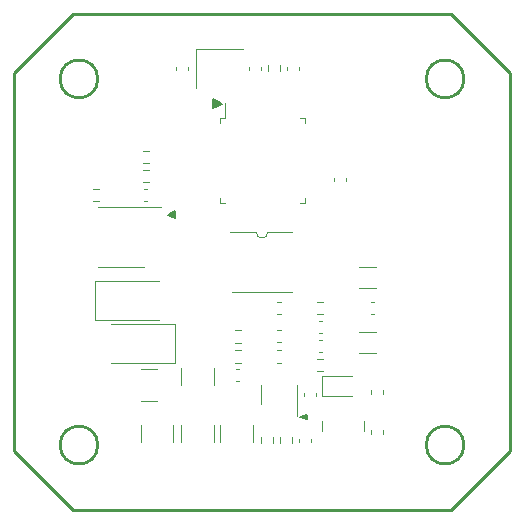
<source format=gbr>
%TF.GenerationSoftware,KiCad,Pcbnew,(6.0.5)*%
%TF.CreationDate,2023-02-02T15:23:46+08:00*%
%TF.ProjectId,Step_Ctrl_V2,53746570-5f43-4747-926c-5f56322e6b69,rev?*%
%TF.SameCoordinates,Original*%
%TF.FileFunction,Legend,Bot*%
%TF.FilePolarity,Positive*%
%FSLAX46Y46*%
G04 Gerber Fmt 4.6, Leading zero omitted, Abs format (unit mm)*
G04 Created by KiCad (PCBNEW (6.0.5)) date 2023-02-02 15:23:46*
%MOMM*%
%LPD*%
G01*
G04 APERTURE LIST*
%ADD10C,0.150000*%
%TA.AperFunction,Profile*%
%ADD11C,0.250000*%
%TD*%
%ADD12C,0.120000*%
G04 APERTURE END LIST*
D10*
G36*
X133510000Y-112130000D02*
G01*
X132910000Y-111930000D01*
X133510000Y-111730000D01*
X133510000Y-112130000D01*
G37*
X133510000Y-112130000D02*
X132910000Y-111930000D01*
X133510000Y-111730000D01*
X133510000Y-112130000D01*
G36*
X122300000Y-95100000D02*
G01*
X121700000Y-94800000D01*
X122300000Y-94500000D01*
X122300000Y-95100000D01*
G37*
X122300000Y-95100000D02*
X121700000Y-94800000D01*
X122300000Y-94500000D01*
X122300000Y-95100000D01*
G36*
X126300000Y-85400000D02*
G01*
X125500000Y-85800000D01*
X125500000Y-85000000D01*
X126300000Y-85400000D01*
G37*
X126300000Y-85400000D02*
X125500000Y-85800000D01*
X125500000Y-85000000D01*
X126300000Y-85400000D01*
D11*
X146761000Y-114300000D02*
G75*
G03*
X146761000Y-114300000I-1600000J0D01*
G01*
X145661000Y-119800000D02*
X150661000Y-114800000D01*
X113661000Y-119800000D02*
X145661000Y-119800000D01*
X150661000Y-114800000D02*
X150661000Y-82800000D01*
X145661000Y-77800000D02*
X150661000Y-82800000D01*
X115761000Y-83300000D02*
G75*
G03*
X115761000Y-83300000I-1600000J0D01*
G01*
X146761000Y-83300000D02*
G75*
G03*
X146761000Y-83300000I-1600000J0D01*
G01*
X115761000Y-114300000D02*
G75*
G03*
X115761000Y-114300000I-1600000J0D01*
G01*
X145661000Y-77800000D02*
X113661000Y-77800000D01*
X108661000Y-82800000D02*
X108661000Y-114800000D01*
X108661000Y-82800000D02*
X113661000Y-77800000D01*
X113661000Y-119800000D02*
X108661000Y-114800000D01*
D12*
%TO.C,U1*%
X129540000Y-110000000D02*
X129540000Y-110800000D01*
X132660000Y-110000000D02*
X132660000Y-109200000D01*
X129540000Y-110000000D02*
X129540000Y-109200000D01*
X132660000Y-110000000D02*
X132660000Y-111800000D01*
%TO.C,D4*%
X115500000Y-103750000D02*
X120900000Y-103750000D01*
X115500000Y-100450000D02*
X120900000Y-100450000D01*
X115500000Y-103750000D02*
X115500000Y-100450000D01*
%TO.C,Y1*%
X124050000Y-80750000D02*
X128050000Y-80750000D01*
X124050000Y-84050000D02*
X124050000Y-80750000D01*
%TO.C,U4*%
X117700000Y-94140000D02*
X115750000Y-94140000D01*
X117700000Y-99260000D02*
X115750000Y-99260000D01*
X117700000Y-94140000D02*
X121150000Y-94140000D01*
X117700000Y-99260000D02*
X119650000Y-99260000D01*
%TO.C,U3*%
X132200000Y-101340000D02*
X127120000Y-101340000D01*
X129152000Y-96260000D02*
X126993000Y-96260000D01*
X132200000Y-96260000D02*
X130168000Y-96260000D01*
X129152000Y-96260000D02*
G75*
G03*
X130168000Y-96260000I508000J0D01*
G01*
%TO.C,U2*%
X126090000Y-93360000D02*
X126090000Y-93810000D01*
X133310000Y-86590000D02*
X132860000Y-86590000D01*
X126090000Y-86590000D02*
X126540000Y-86590000D01*
X133310000Y-93360000D02*
X133310000Y-93810000D01*
X133310000Y-93810000D02*
X132860000Y-93810000D01*
X126090000Y-87040000D02*
X126090000Y-86590000D01*
X133310000Y-87040000D02*
X133310000Y-86590000D01*
X126540000Y-86590000D02*
X126540000Y-85300000D01*
X126090000Y-93810000D02*
X126540000Y-93810000D01*
%TO.C,R14*%
X139327064Y-106510000D02*
X137872936Y-106510000D01*
X139327064Y-104690000D02*
X137872936Y-104690000D01*
%TO.C,R13*%
X139327064Y-101010000D02*
X137872936Y-101010000D01*
X139327064Y-99190000D02*
X137872936Y-99190000D01*
%TO.C,R12*%
X134854724Y-108022500D02*
X134345276Y-108022500D01*
X134854724Y-106977500D02*
X134345276Y-106977500D01*
%TO.C,R11*%
X134854724Y-102177500D02*
X134345276Y-102177500D01*
X134854724Y-103222500D02*
X134345276Y-103222500D01*
%TO.C,R9*%
X127854724Y-106277500D02*
X127345276Y-106277500D01*
X127854724Y-107322500D02*
X127345276Y-107322500D01*
%TO.C,R8*%
X127854724Y-104577500D02*
X127345276Y-104577500D01*
X127854724Y-105622500D02*
X127345276Y-105622500D01*
%TO.C,R7*%
X115345276Y-93622500D02*
X115854724Y-93622500D01*
X115345276Y-92577500D02*
X115854724Y-92577500D01*
%TO.C,R6*%
X131177500Y-113645276D02*
X131177500Y-114154724D01*
X132222500Y-113645276D02*
X132222500Y-114154724D01*
%TO.C,R5*%
X130622500Y-114154724D02*
X130622500Y-113645276D01*
X129577500Y-114154724D02*
X129577500Y-113645276D01*
%TO.C,R3*%
X131222500Y-82145276D02*
X131222500Y-82654724D01*
X130177500Y-82145276D02*
X130177500Y-82654724D01*
%TO.C,R2*%
X119545276Y-92022500D02*
X120054724Y-92022500D01*
X119545276Y-90977500D02*
X120054724Y-90977500D01*
%TO.C,R1*%
X119545276Y-90422500D02*
X120054724Y-90422500D01*
X119545276Y-89377500D02*
X120054724Y-89377500D01*
%TO.C,L1*%
X138300000Y-112300000D02*
X138300000Y-113100000D01*
X134700000Y-112300000D02*
X134700000Y-113100000D01*
%TO.C,D5*%
X134700000Y-110150000D02*
X134700000Y-108450000D01*
X134700000Y-108450000D02*
X137250000Y-108450000D01*
X134700000Y-110150000D02*
X137250000Y-110150000D01*
%TO.C,D1*%
X122300000Y-104050000D02*
X116900000Y-104050000D01*
X122300000Y-107350000D02*
X116900000Y-107350000D01*
X122300000Y-104050000D02*
X122300000Y-107350000D01*
%TO.C,C25*%
X138890000Y-109653733D02*
X138890000Y-109946267D01*
X139910000Y-109653733D02*
X139910000Y-109946267D01*
%TO.C,C24*%
X139146267Y-102190000D02*
X138853733Y-102190000D01*
X139146267Y-103210000D02*
X138853733Y-103210000D01*
%TO.C,C23*%
X131246267Y-102190000D02*
X130953733Y-102190000D01*
X131246267Y-103210000D02*
X130953733Y-103210000D01*
%TO.C,C22*%
X134746267Y-105390000D02*
X134453733Y-105390000D01*
X134746267Y-106410000D02*
X134453733Y-106410000D01*
%TO.C,C21*%
X134746267Y-103790000D02*
X134453733Y-103790000D01*
X134746267Y-104810000D02*
X134453733Y-104810000D01*
%TO.C,C20*%
X130953733Y-107310000D02*
X131246267Y-107310000D01*
X130953733Y-106290000D02*
X131246267Y-106290000D01*
%TO.C,C19*%
X130953733Y-105610000D02*
X131246267Y-105610000D01*
X130953733Y-104590000D02*
X131246267Y-104590000D01*
%TO.C,C17*%
X123410000Y-82546267D02*
X123410000Y-82253733D01*
X122390000Y-82546267D02*
X122390000Y-82253733D01*
%TO.C,C14*%
X135790000Y-91946267D02*
X135790000Y-91653733D01*
X136810000Y-91946267D02*
X136810000Y-91653733D01*
%TO.C,C13*%
X119653733Y-92590000D02*
X119946267Y-92590000D01*
X119653733Y-93610000D02*
X119946267Y-93610000D01*
%TO.C,C12*%
X131790000Y-82546267D02*
X131790000Y-82253733D01*
X132810000Y-82546267D02*
X132810000Y-82253733D01*
%TO.C,C11*%
X139910000Y-113346267D02*
X139910000Y-113053733D01*
X138890000Y-113346267D02*
X138890000Y-113053733D01*
%TO.C,C10*%
X127746267Y-108910000D02*
X127453733Y-108910000D01*
X127746267Y-107890000D02*
X127453733Y-107890000D01*
%TO.C,C9*%
X126140000Y-112588748D02*
X126140000Y-114011252D01*
X128860000Y-112588748D02*
X128860000Y-114011252D01*
%TO.C,C8*%
X125560000Y-109211252D02*
X125560000Y-107788748D01*
X122840000Y-109211252D02*
X122840000Y-107788748D01*
%TO.C,C7*%
X122160000Y-112588748D02*
X122160000Y-114011252D01*
X119440000Y-112588748D02*
X119440000Y-114011252D01*
%TO.C,C6*%
X133190000Y-109853733D02*
X133190000Y-110146267D01*
X134210000Y-109853733D02*
X134210000Y-110146267D01*
%TO.C,C5*%
X132790000Y-113753733D02*
X132790000Y-114046267D01*
X133810000Y-113753733D02*
X133810000Y-114046267D01*
%TO.C,C4*%
X122840000Y-112588748D02*
X122840000Y-114011252D01*
X125560000Y-112588748D02*
X125560000Y-114011252D01*
%TO.C,C3*%
X128590000Y-82546267D02*
X128590000Y-82253733D01*
X129610000Y-82546267D02*
X129610000Y-82253733D01*
%TO.C,C2*%
X120811252Y-107840000D02*
X119388748Y-107840000D01*
X120811252Y-110560000D02*
X119388748Y-110560000D01*
%TD*%
M02*

</source>
